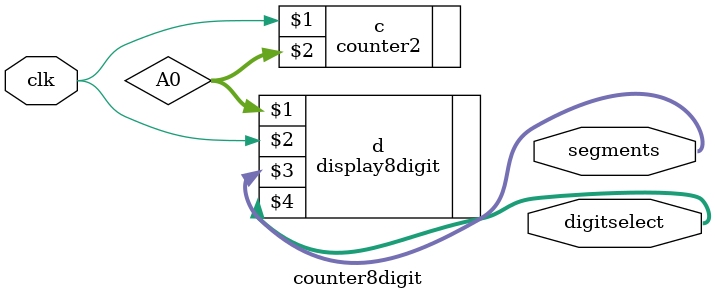
<source format=sv>
`timescale 1ns / 1ps
`default_nettype none

module counter8digit(
    input wire clk,
    output logic [7:0] digitselect,
    output logic [7:0] segments
    );
    
    wire [31:0]A0;
    counter2 c(clk, A0);
    display8digit d(A0, clk, segments, digitselect);
endmodule

</source>
